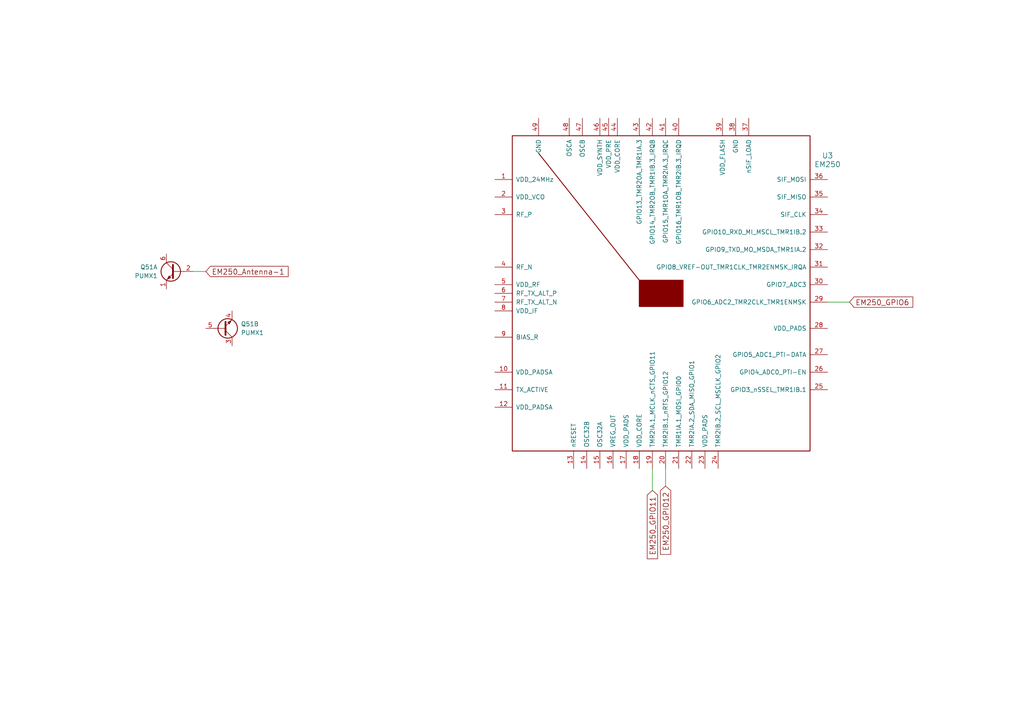
<source format=kicad_sch>
(kicad_sch (version 20231120) (generator "eeschema") (generator_version "8.0")
  (paper "A4")
  (lib_symbols
    (symbol "Landis-Gyr-Focus-AXR-SD:EM250" (pin_names (offset 1.016))
      (property "Reference" "U" (at -40.64 43.18 0))
      (property "Value" "EM250" (at -38.1 -43.18 0))
      (symbol "EM250_0_1"
        (rectangle (start -6.35 3.81) (end 6.35 -3.81) (stroke (width 0.254)) (fill (type outline)))
        (polyline (pts (xy -35.56 40.64) (xy -6.35 3.81)) (stroke (width 0.254)))
      )
      (symbol "EM250_1_1"
        (rectangle (start -43.18 45.72) (end 43.18 -45.72) (stroke (width 0.254)))
        (pin input line (at -48.26 33.02 0) (length 5.08) (name "VDD_24MHz") (number "1"))
        (pin input line (at -48.26 -22.86 0) (length 5.08) (name "VDD_PADSA") (number "10"))
        (pin input line (at -48.26 -27.94 0) (length 5.08) (name "TX_ACTIVE") (number "11"))
        (pin input line (at -48.26 -33.02 0) (length 5.08) (name "VDD_PADSA") (number "12"))
        (pin input line (at -25.4 -50.8 90) (length 5.08) (name "nRESET") (number "13"))
        (pin input line (at -21.59 -50.8 90) (length 5.08) (name "OSC32B") (number "14"))
        (pin input line (at -17.78 -50.8 90) (length 5.08) (name "OSC32A") (number "15"))
        (pin input line (at -13.97 -50.8 90) (length 5.08) (name "VREG_OUT") (number "16"))
        (pin input line (at -10.16 -50.8 90) (length 5.08) (name "VDD_PADS") (number "17"))
        (pin input line (at -6.35 -50.8 90) (length 5.08) (name "VDD_CORE") (number "18"))
        (pin input line (at -2.54 -50.8 90) (length 5.08) (name "TMR2IA.1_MCLK_nCTS_GPIO11") (number "19"))
        (pin input line (at -48.26 27.94 0) (length 5.08) (name "VDD_VCO") (number "2"))
        (pin input line (at 1.27 -50.8 90) (length 5.08) (name "TMR2IB.1_nRTS_GPIO12") (number "20"))
        (pin input line (at 5.08 -50.8 90) (length 5.08) (name "TMR1IA.1_MOSI_GPIO0") (number "21"))
        (pin input line (at 8.89 -50.8 90) (length 5.08) (name "TMR2IA.2_SDA_MISO_GPIO1") (number "22"))
        (pin input line (at 12.7 -50.8 90) (length 5.08) (name "VDD_PADS") (number "23"))
        (pin input line (at 16.51 -50.8 90) (length 5.08) (name "TMR2IB.2_SCL_MSCLK_GPIO2") (number "24"))
        (pin input line (at 48.26 -27.94 180) (length 5.08) (name "GPIO3_nSSEL_TMR1IB.1") (number "25"))
        (pin input line (at 48.26 -22.86 180) (length 5.08) (name "GPIO4_ADC0_PTI-EN") (number "26"))
        (pin input line (at 48.26 -17.78 180) (length 5.08) (name "GPIO5_ADC1_PTI-DATA") (number "27"))
        (pin input line (at 48.26 -10.16 180) (length 5.08) (name "VDD_PADS") (number "28"))
        (pin input line (at 48.26 -2.54 180) (length 5.08) (name "GPIO6_ADC2_TMR2CLK_TMR1ENMSK") (number "29"))
        (pin input line (at -48.26 22.86 0) (length 5.08) (name "RF_P") (number "3"))
        (pin input line (at 48.26 2.54 180) (length 5.08) (name "GPIO7_ADC3") (number "30"))
        (pin input line (at 48.26 7.62 180) (length 5.08) (name "GPIO8_VREF-OUT_TMR1CLK_TMR2ENMSK_IRQA") (number "31"))
        (pin input line (at 48.26 12.7 180) (length 5.08) (name "GPIO9_TXD_MO_MSDA_TMR1IA.2") (number "32"))
        (pin input line (at 48.26 17.78 180) (length 5.08) (name "GPIO10_RXD_MI_MSCL_TMR1IB.2") (number "33"))
        (pin input line (at 48.26 22.86 180) (length 5.08) (name "SIF_CLK") (number "34"))
        (pin input line (at 48.26 27.94 180) (length 5.08) (name "SIF_MISO") (number "35"))
        (pin input line (at 48.26 33.02 180) (length 5.08) (name "SIF_MOSI") (number "36"))
        (pin input line (at 25.4 50.8 270) (length 5.08) (name "nSIF_LOAD") (number "37"))
        (pin input line (at 21.59 50.8 270) (length 5.08) (name "GND") (number "38"))
        (pin input line (at 17.78 50.8 270) (length 5.08) (name "VDD_FLASH") (number "39"))
        (pin input line (at -48.26 7.62 0) (length 5.08) (name "RF_N") (number "4"))
        (pin input line (at 5.08 50.8 270) (length 5.08) (name "GPIO16_TMR1OB_TMR2IB.3_IRQD") (number "40"))
        (pin input line (at 1.27 50.8 270) (length 5.08) (name "GPIO15_TMR1OA_TMR2IA.3_IRQC") (number "41"))
        (pin input line (at -2.54 50.8 270) (length 5.08) (name "GPIO14_TMR2OB_TMR1IB.3_IRQB") (number "42"))
        (pin input line (at -6.35 50.8 270) (length 5.08) (name "GPIO13_TMR2OA_TMR1IA.3") (number "43"))
        (pin input line (at -12.7 50.8 270) (length 5.08) (name "VDD_CORE") (number "44"))
        (pin input line (at -15.24 50.8 270) (length 5.08) (name "VDD_PRE") (number "45"))
        (pin input line (at -17.78 50.8 270) (length 5.08) (name "VDD_SYNTH") (number "46"))
        (pin input line (at -22.86 50.8 270) (length 5.08) (name "OSCB") (number "47"))
        (pin input line (at -26.67 50.8 270) (length 5.08) (name "OSCA") (number "48"))
        (pin input line (at -35.56 50.8 270) (length 5.08) (name "GND") (number "49"))
        (pin input line (at -48.26 2.54 0) (length 5.08) (name "VDD_RF") (number "5"))
        (pin input line (at -48.26 0 0) (length 5.08) (name "RF_TX_ALT_P") (number "6"))
        (pin input line (at -48.26 -2.54 0) (length 5.08) (name "RF_TX_ALT_N") (number "7"))
        (pin input line (at -48.26 -5.08 0) (length 5.08) (name "VDD_IF") (number "8"))
        (pin input line (at -48.26 -12.7 0) (length 5.08) (name "BIAS_R") (number "9"))
      )
    )
    (symbol "Transistor_BJT:PUMX1" (pin_names (offset 0) hide)
      (property "Reference" "Q" (at 5.08 1.27 0))
      (property "Value" "PUMX1" (at 5.08 -1.27 0))
      (symbol "PUMX1_0_1"
        (polyline (pts (xy 0.635 0) (xy -2.54 0)))
        (polyline (pts (xy 0.635 0.635) (xy 2.54 2.54)))
        (polyline (pts (xy 0.635 -0.635) (xy 2.54 -2.54) (xy 2.54 -2.54)))
        (polyline (pts (xy 0.635 1.905) (xy 0.635 -1.905) (xy 0.635 -1.905)) (stroke (width 0.508)))
        (polyline (pts (xy 1.27 -1.778) (xy 1.778 -1.27) (xy 2.286 -2.286) (xy 1.27 -1.778) (xy 1.27 -1.778)) (fill (type outline)))
        (circle (center 1.27 0) (radius 2.8194) (stroke (width 0.254)))
      )
      (symbol "PUMX1_1_1"
        (pin passive line (at 2.54 -5.08 90) (length 2.54) (name "E1") (number "1"))
        (pin input line (at -5.08 0 0) (length 2.54) (name "B1") (number "2"))
        (pin passive line (at 2.54 5.08 270) (length 2.54) (name "C1") (number "6"))
      )
      (symbol "PUMX1_2_1"
        (pin passive line (at 2.54 5.08 270) (length 2.54) (name "C2") (number "3"))
        (pin passive line (at 2.54 -5.08 90) (length 2.54) (name "E2") (number "4"))
        (pin input line (at -5.08 0 0) (length 2.54) (name "B2") (number "5"))
      )
    )
  )
  (wire (pts (xy 189.23 135.89) (xy 189.23 142.24)))
  (wire (pts (xy 240.03 87.63) (xy 246.38 87.63)))
  (wire (pts (xy 55.88 78.74) (xy 59.69 78.74)))
  (wire (pts (xy 193.04 135.89) (xy 193.04 140.97)))
  (global_label "EM250_Antenna-1" (shape input) (at 59.69 78.74 0) (effects (font (size 1.524 1.524))) (property "Intersheetrefs" "${INTERSHEET_REFS}" (effects (hide yes))))
  (global_label "EM250_GPIO12" (shape input) (at 193.04 140.97 270) (effects (font (size 1.524 1.524))) (property "Intersheetrefs" "${INTERSHEET_REFS}" (effects (hide yes))))
  (global_label "EM250_GPIO11" (shape input) (at 189.23 142.24 270) (effects (font (size 1.524 1.524))) (property "Intersheetrefs" "${INTERSHEET_REFS}" (effects (hide yes))))
  (global_label "EM250_GPIO6" (shape input) (at 246.38 87.63 0) (effects (font (size 1.524 1.524))) (property "Intersheetrefs" "${INTERSHEET_REFS}" (effects (hide yes))))
  (symbol (lib_id "Transistor_BJT:PUMX1") (at 64.77 95.25 0) (mirror x) (unit 2)
    (property "Reference" "Q51" (at 69.85 93.98 0) (effects (justify left)))
    (property "Value" "PUMX1" (at 69.85 96.52 0) (effects (justify left)))
    (property "Footprint" "Package_TO_SOT_SMD:SOT-363_SC-70-6" (effects (hide yes)))
    (property "Datasheet" "https://assets.nexperia.com/documents/data-sheet/PUMX1.pdf" (effects (hide yes)))
  )
  (symbol (lib_id "Transistor_BJT:PUMX1") (at 50.8 78.74 0) (mirror y) (unit 1)
    (property "Reference" "Q51" (at 45.72 77.47 0) (effects (justify left)))
    (property "Value" "PUMX1" (at 45.72 80.01 0) (effects (justify left)))
    (property "Footprint" "Package_TO_SOT_SMD:SOT-363_SC-70-6" (effects (hide yes)))
    (property "Datasheet" "https://assets.nexperia.com/documents/data-sheet/PUMX1.pdf" (effects (hide yes)))
  )
  (symbol (lib_id "Landis-Gyr-Focus-AXR-SD:EM250") (at 191.77 85.09 0) (unit 1)
    (property "Reference" "U3" (at 240.03 45.1419 0) (effects (font (size 1.524 1.524))))
    (property "Value" "EM250" (at 240.03 47.6819 0) (effects (font (size 1.524 1.524))))
  )
)
</source>
